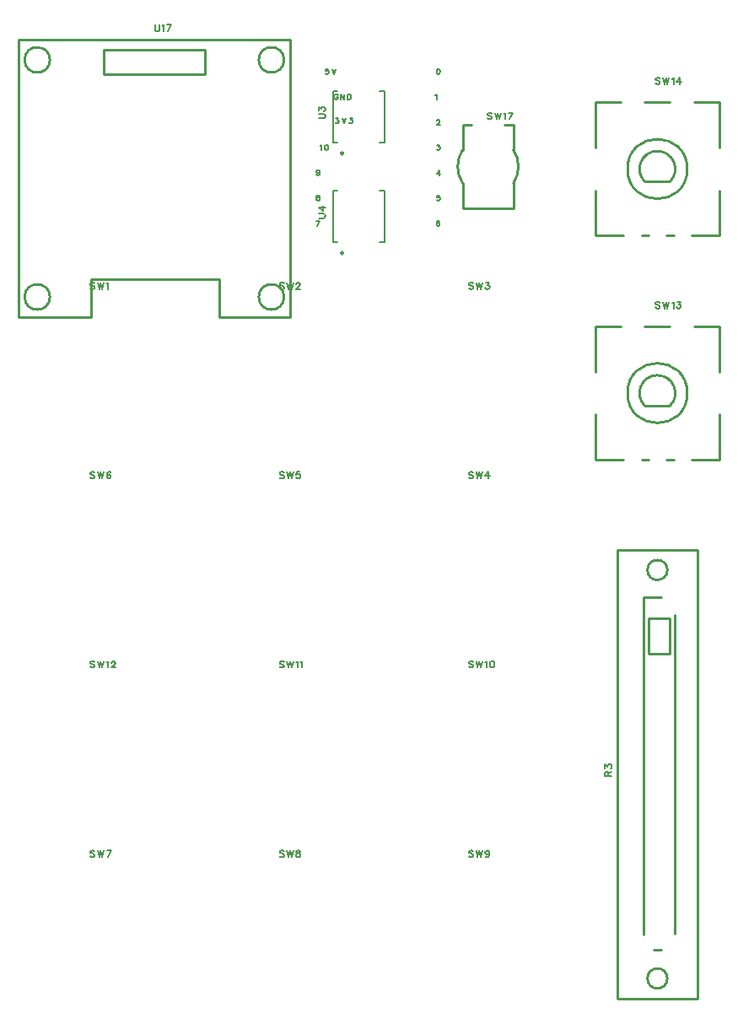
<source format=gto>
G04 Layer: TopSilkscreenLayer*
G04 EasyEDA Pro v2.2.28.1, 2024-10-19 22:50:09*
G04 Gerber Generator version 0.3*
G04 Scale: 100 percent, Rotated: No, Reflected: No*
G04 Dimensions in millimeters*
G04 Leading zeros omitted, absolute positions, 3 integers and 5 decimals*
%FSLAX35Y35*%
%MOMM*%
%ADD10C,0.1524*%
%ADD11C,0.2032*%
%ADD12C,0.254*%
%ADD13C,0.25001*%
G75*


G04 Text Start*
G54D10*
G01X2601062Y6075680D02*
G01X2594712Y6081776D01*
G01X2585568Y6084824D01*
G01X2573122Y6084824D01*
G01X2563724Y6081776D01*
G01X2557628Y6075680D01*
G01X2557628Y6069330D01*
G01X2560676Y6063234D01*
G01X2563724Y6060186D01*
G01X2570074Y6057138D01*
G01X2588616Y6050788D01*
G01X2594712Y6047740D01*
G01X2597760Y6044692D01*
G01X2601062Y6038342D01*
G01X2601062Y6029198D01*
G01X2594712Y6022848D01*
G01X2585568Y6019800D01*
G01X2573122Y6019800D01*
G01X2563724Y6022848D01*
G01X2557628Y6029198D01*
G01X2631288Y6084824D02*
G01X2646528Y6019800D01*
G01X2662022Y6084824D02*
G01X2646528Y6019800D01*
G01X2662022Y6084824D02*
G01X2677516Y6019800D01*
G01X2693010Y6084824D02*
G01X2677516Y6019800D01*
G01X2723236Y6072378D02*
G01X2729332Y6075680D01*
G01X2738476Y6084824D01*
G01X2738476Y6019800D01*
G01X4501058Y6075680D02*
G01X4494708Y6081776D01*
G01X4485564Y6084824D01*
G01X4473118Y6084824D01*
G01X4463720Y6081776D01*
G01X4457624Y6075680D01*
G01X4457624Y6069330D01*
G01X4460672Y6063234D01*
G01X4463720Y6060186D01*
G01X4470070Y6057138D01*
G01X4488612Y6050788D01*
G01X4494708Y6047740D01*
G01X4497756Y6044692D01*
G01X4501058Y6038342D01*
G01X4501058Y6029198D01*
G01X4494708Y6022848D01*
G01X4485564Y6019800D01*
G01X4473118Y6019800D01*
G01X4463720Y6022848D01*
G01X4457624Y6029198D01*
G01X4531284Y6084824D02*
G01X4546524Y6019800D01*
G01X4562018Y6084824D02*
G01X4546524Y6019800D01*
G01X4562018Y6084824D02*
G01X4577512Y6019800D01*
G01X4593006Y6084824D02*
G01X4577512Y6019800D01*
G01X4626280Y6069330D02*
G01X4626280Y6072378D01*
G01X4629328Y6078728D01*
G01X4632376Y6081776D01*
G01X4638472Y6084824D01*
G01X4650918Y6084824D01*
G01X4657268Y6081776D01*
G01X4660316Y6078728D01*
G01X4663364Y6072378D01*
G01X4663364Y6066282D01*
G01X4660316Y6060186D01*
G01X4653966Y6050788D01*
G01X4623232Y6019800D01*
G01X4666412Y6019800D01*
G01X6401054Y6075680D02*
G01X6394704Y6081776D01*
G01X6385560Y6084824D01*
G01X6373114Y6084824D01*
G01X6363716Y6081776D01*
G01X6357620Y6075680D01*
G01X6357620Y6069330D01*
G01X6360668Y6063234D01*
G01X6363716Y6060186D01*
G01X6370066Y6057138D01*
G01X6388608Y6050788D01*
G01X6394704Y6047740D01*
G01X6397752Y6044692D01*
G01X6401054Y6038342D01*
G01X6401054Y6029198D01*
G01X6394704Y6022848D01*
G01X6385560Y6019800D01*
G01X6373114Y6019800D01*
G01X6363716Y6022848D01*
G01X6357620Y6029198D01*
G01X6431280Y6084824D02*
G01X6446520Y6019800D01*
G01X6462014Y6084824D02*
G01X6446520Y6019800D01*
G01X6462014Y6084824D02*
G01X6477508Y6019800D01*
G01X6493002Y6084824D02*
G01X6477508Y6019800D01*
G01X6529324Y6084824D02*
G01X6563360Y6084824D01*
G01X6544818Y6060186D01*
G01X6553962Y6060186D01*
G01X6560312Y6057138D01*
G01X6563360Y6053836D01*
G01X6566408Y6044692D01*
G01X6566408Y6038342D01*
G01X6563360Y6029198D01*
G01X6557264Y6022848D01*
G01X6547866Y6019800D01*
G01X6538468Y6019800D01*
G01X6529324Y6022848D01*
G01X6526276Y6026150D01*
G01X6523228Y6032246D01*
G01X6401054Y4175684D02*
G01X6394704Y4181780D01*
G01X6385560Y4184828D01*
G01X6373114Y4184828D01*
G01X6363716Y4181780D01*
G01X6357620Y4175684D01*
G01X6357620Y4169334D01*
G01X6360668Y4163238D01*
G01X6363716Y4160190D01*
G01X6370066Y4157142D01*
G01X6388608Y4150792D01*
G01X6394704Y4147744D01*
G01X6397752Y4144696D01*
G01X6401054Y4138346D01*
G01X6401054Y4129202D01*
G01X6394704Y4122852D01*
G01X6385560Y4119804D01*
G01X6373114Y4119804D01*
G01X6363716Y4122852D01*
G01X6357620Y4129202D01*
G01X6431280Y4184828D02*
G01X6446520Y4119804D01*
G01X6462014Y4184828D02*
G01X6446520Y4119804D01*
G01X6462014Y4184828D02*
G01X6477508Y4119804D01*
G01X6493002Y4184828D02*
G01X6477508Y4119804D01*
G01X6553962Y4184828D02*
G01X6523228Y4141648D01*
G01X6569456Y4141648D01*
G01X6553962Y4184828D02*
G01X6553962Y4119804D01*
G01X4501058Y4175684D02*
G01X4494708Y4181780D01*
G01X4485564Y4184828D01*
G01X4473118Y4184828D01*
G01X4463720Y4181780D01*
G01X4457624Y4175684D01*
G01X4457624Y4169334D01*
G01X4460672Y4163238D01*
G01X4463720Y4160190D01*
G01X4470070Y4157142D01*
G01X4488612Y4150792D01*
G01X4494708Y4147744D01*
G01X4497756Y4144696D01*
G01X4501058Y4138346D01*
G01X4501058Y4129202D01*
G01X4494708Y4122852D01*
G01X4485564Y4119804D01*
G01X4473118Y4119804D01*
G01X4463720Y4122852D01*
G01X4457624Y4129202D01*
G01X4531284Y4184828D02*
G01X4546524Y4119804D01*
G01X4562018Y4184828D02*
G01X4546524Y4119804D01*
G01X4562018Y4184828D02*
G01X4577512Y4119804D01*
G01X4593006Y4184828D02*
G01X4577512Y4119804D01*
G01X4660316Y4184828D02*
G01X4629328Y4184828D01*
G01X4626280Y4157142D01*
G01X4629328Y4160190D01*
G01X4638472Y4163238D01*
G01X4647870Y4163238D01*
G01X4657268Y4160190D01*
G01X4663364Y4153840D01*
G01X4666412Y4144696D01*
G01X4666412Y4138346D01*
G01X4663364Y4129202D01*
G01X4657268Y4122852D01*
G01X4647870Y4119804D01*
G01X4638472Y4119804D01*
G01X4629328Y4122852D01*
G01X4626280Y4126154D01*
G01X4623232Y4132250D01*
G01X2601062Y4175684D02*
G01X2594712Y4181780D01*
G01X2585568Y4184828D01*
G01X2573122Y4184828D01*
G01X2563724Y4181780D01*
G01X2557628Y4175684D01*
G01X2557628Y4169334D01*
G01X2560676Y4163238D01*
G01X2563724Y4160190D01*
G01X2570074Y4157142D01*
G01X2588616Y4150792D01*
G01X2594712Y4147744D01*
G01X2597760Y4144696D01*
G01X2601062Y4138346D01*
G01X2601062Y4129202D01*
G01X2594712Y4122852D01*
G01X2585568Y4119804D01*
G01X2573122Y4119804D01*
G01X2563724Y4122852D01*
G01X2557628Y4129202D01*
G01X2631288Y4184828D02*
G01X2646528Y4119804D01*
G01X2662022Y4184828D02*
G01X2646528Y4119804D01*
G01X2662022Y4184828D02*
G01X2677516Y4119804D01*
G01X2693010Y4184828D02*
G01X2677516Y4119804D01*
G01X2760320Y4175684D02*
G01X2757272Y4181780D01*
G01X2747874Y4184828D01*
G01X2741778Y4184828D01*
G01X2732380Y4181780D01*
G01X2726284Y4172382D01*
G01X2723236Y4157142D01*
G01X2723236Y4141648D01*
G01X2726284Y4129202D01*
G01X2732380Y4122852D01*
G01X2741778Y4119804D01*
G01X2744826Y4119804D01*
G01X2753970Y4122852D01*
G01X2760320Y4129202D01*
G01X2763368Y4138346D01*
G01X2763368Y4141648D01*
G01X2760320Y4150792D01*
G01X2753970Y4157142D01*
G01X2744826Y4160190D01*
G01X2741778Y4160190D01*
G01X2732380Y4157142D01*
G01X2726284Y4150792D01*
G01X2723236Y4141648D01*
G01X2601062Y375691D02*
G01X2594712Y381787D01*
G01X2585568Y384835D01*
G01X2573122Y384835D01*
G01X2563724Y381787D01*
G01X2557628Y375691D01*
G01X2557628Y369341D01*
G01X2560676Y363245D01*
G01X2563724Y360197D01*
G01X2570074Y357149D01*
G01X2588616Y350799D01*
G01X2594712Y347751D01*
G01X2597760Y344703D01*
G01X2601062Y338353D01*
G01X2601062Y329209D01*
G01X2594712Y322859D01*
G01X2585568Y319811D01*
G01X2573122Y319811D01*
G01X2563724Y322859D01*
G01X2557628Y329209D01*
G01X2631288Y384835D02*
G01X2646528Y319811D01*
G01X2662022Y384835D02*
G01X2646528Y319811D01*
G01X2662022Y384835D02*
G01X2677516Y319811D01*
G01X2693010Y384835D02*
G01X2677516Y319811D01*
G01X2766416Y384835D02*
G01X2735428Y319811D01*
G01X2723236Y384835D02*
G01X2766416Y384835D01*
G01X4501058Y375691D02*
G01X4494708Y381787D01*
G01X4485564Y384835D01*
G01X4473118Y384835D01*
G01X4463720Y381787D01*
G01X4457624Y375691D01*
G01X4457624Y369341D01*
G01X4460672Y363245D01*
G01X4463720Y360197D01*
G01X4470070Y357149D01*
G01X4488612Y350799D01*
G01X4494708Y347751D01*
G01X4497756Y344703D01*
G01X4501058Y338353D01*
G01X4501058Y329209D01*
G01X4494708Y322859D01*
G01X4485564Y319811D01*
G01X4473118Y319811D01*
G01X4463720Y322859D01*
G01X4457624Y329209D01*
G01X4531284Y384835D02*
G01X4546524Y319811D01*
G01X4562018Y384835D02*
G01X4546524Y319811D01*
G01X4562018Y384835D02*
G01X4577512Y319811D01*
G01X4593006Y384835D02*
G01X4577512Y319811D01*
G01X4638472Y384835D02*
G01X4629328Y381787D01*
G01X4626280Y375691D01*
G01X4626280Y369341D01*
G01X4629328Y363245D01*
G01X4635424Y360197D01*
G01X4647870Y357149D01*
G01X4657268Y353847D01*
G01X4663364Y347751D01*
G01X4666412Y341655D01*
G01X4666412Y332257D01*
G01X4663364Y326161D01*
G01X4660316Y322859D01*
G01X4650918Y319811D01*
G01X4638472Y319811D01*
G01X4629328Y322859D01*
G01X4626280Y326161D01*
G01X4623232Y332257D01*
G01X4623232Y341655D01*
G01X4626280Y347751D01*
G01X4632376Y353847D01*
G01X4641774Y357149D01*
G01X4653966Y360197D01*
G01X4660316Y363245D01*
G01X4663364Y369341D01*
G01X4663364Y375691D01*
G01X4660316Y381787D01*
G01X4650918Y384835D01*
G01X4638472Y384835D01*
G01X6401054Y375691D02*
G01X6394704Y381787D01*
G01X6385560Y384835D01*
G01X6373114Y384835D01*
G01X6363716Y381787D01*
G01X6357620Y375691D01*
G01X6357620Y369341D01*
G01X6360668Y363245D01*
G01X6363716Y360197D01*
G01X6370066Y357149D01*
G01X6388608Y350799D01*
G01X6394704Y347751D01*
G01X6397752Y344703D01*
G01X6401054Y338353D01*
G01X6401054Y329209D01*
G01X6394704Y322859D01*
G01X6385560Y319811D01*
G01X6373114Y319811D01*
G01X6363716Y322859D01*
G01X6357620Y329209D01*
G01X6431280Y384835D02*
G01X6446520Y319811D01*
G01X6462014Y384835D02*
G01X6446520Y319811D01*
G01X6462014Y384835D02*
G01X6477508Y319811D01*
G01X6493002Y384835D02*
G01X6477508Y319811D01*
G01X6563360Y363245D02*
G01X6560312Y353847D01*
G01X6553962Y347751D01*
G01X6544818Y344703D01*
G01X6541770Y344703D01*
G01X6532372Y347751D01*
G01X6526276Y353847D01*
G01X6523228Y363245D01*
G01X6523228Y366293D01*
G01X6526276Y375691D01*
G01X6532372Y381787D01*
G01X6541770Y384835D01*
G01X6544818Y384835D01*
G01X6553962Y381787D01*
G01X6560312Y375691D01*
G01X6563360Y363245D01*
G01X6563360Y347751D01*
G01X6560312Y332257D01*
G01X6553962Y322859D01*
G01X6544818Y319811D01*
G01X6538468Y319811D01*
G01X6529324Y322859D01*
G01X6526276Y329209D01*
G01X6401054Y2275688D02*
G01X6394704Y2281784D01*
G01X6385560Y2284832D01*
G01X6373114Y2284832D01*
G01X6363716Y2281784D01*
G01X6357620Y2275688D01*
G01X6357620Y2269338D01*
G01X6360668Y2263242D01*
G01X6363716Y2260194D01*
G01X6370066Y2257146D01*
G01X6388608Y2250796D01*
G01X6394704Y2247748D01*
G01X6397752Y2244700D01*
G01X6401054Y2238350D01*
G01X6401054Y2229206D01*
G01X6394704Y2222856D01*
G01X6385560Y2219808D01*
G01X6373114Y2219808D01*
G01X6363716Y2222856D01*
G01X6357620Y2229206D01*
G01X6431280Y2284832D02*
G01X6446520Y2219808D01*
G01X6462014Y2284832D02*
G01X6446520Y2219808D01*
G01X6462014Y2284832D02*
G01X6477508Y2219808D01*
G01X6493002Y2284832D02*
G01X6477508Y2219808D01*
G01X6523228Y2272386D02*
G01X6529324Y2275688D01*
G01X6538468Y2284832D01*
G01X6538468Y2219808D01*
G01X6587236Y2284832D02*
G01X6577838Y2281784D01*
G01X6571742Y2272386D01*
G01X6568694Y2257146D01*
G01X6568694Y2247748D01*
G01X6571742Y2232254D01*
G01X6577838Y2222856D01*
G01X6587236Y2219808D01*
G01X6593332Y2219808D01*
G01X6602730Y2222856D01*
G01X6608826Y2232254D01*
G01X6611874Y2247748D01*
G01X6611874Y2257146D01*
G01X6608826Y2272386D01*
G01X6602730Y2281784D01*
G01X6593332Y2284832D01*
G01X6587236Y2284832D01*
G01X4501058Y2275688D02*
G01X4494708Y2281784D01*
G01X4485564Y2284832D01*
G01X4473118Y2284832D01*
G01X4463720Y2281784D01*
G01X4457624Y2275688D01*
G01X4457624Y2269338D01*
G01X4460672Y2263242D01*
G01X4463720Y2260194D01*
G01X4470070Y2257146D01*
G01X4488612Y2250796D01*
G01X4494708Y2247748D01*
G01X4497756Y2244700D01*
G01X4501058Y2238350D01*
G01X4501058Y2229206D01*
G01X4494708Y2222856D01*
G01X4485564Y2219808D01*
G01X4473118Y2219808D01*
G01X4463720Y2222856D01*
G01X4457624Y2229206D01*
G01X4531284Y2284832D02*
G01X4546524Y2219808D01*
G01X4562018Y2284832D02*
G01X4546524Y2219808D01*
G01X4562018Y2284832D02*
G01X4577512Y2219808D01*
G01X4593006Y2284832D02*
G01X4577512Y2219808D01*
G01X4623232Y2272386D02*
G01X4629328Y2275688D01*
G01X4638472Y2284832D01*
G01X4638472Y2219808D01*
G01X4668698Y2272386D02*
G01X4674794Y2275688D01*
G01X4683938Y2284832D01*
G01X4683938Y2219808D01*
G01X2601062Y2275688D02*
G01X2594712Y2281784D01*
G01X2585568Y2284832D01*
G01X2573122Y2284832D01*
G01X2563724Y2281784D01*
G01X2557628Y2275688D01*
G01X2557628Y2269338D01*
G01X2560676Y2263242D01*
G01X2563724Y2260194D01*
G01X2570074Y2257146D01*
G01X2588616Y2250796D01*
G01X2594712Y2247748D01*
G01X2597760Y2244700D01*
G01X2601062Y2238350D01*
G01X2601062Y2229206D01*
G01X2594712Y2222856D01*
G01X2585568Y2219808D01*
G01X2573122Y2219808D01*
G01X2563724Y2222856D01*
G01X2557628Y2229206D01*
G01X2631288Y2284832D02*
G01X2646528Y2219808D01*
G01X2662022Y2284832D02*
G01X2646528Y2219808D01*
G01X2662022Y2284832D02*
G01X2677516Y2219808D01*
G01X2693010Y2284832D02*
G01X2677516Y2219808D01*
G01X2723236Y2272386D02*
G01X2729332Y2275688D01*
G01X2738476Y2284832D01*
G01X2738476Y2219808D01*
G01X2771750Y2269338D02*
G01X2771750Y2272386D01*
G01X2774798Y2278736D01*
G01X2777846Y2281784D01*
G01X2783942Y2284832D01*
G01X2796388Y2284832D01*
G01X2802738Y2281784D01*
G01X2805786Y2278736D01*
G01X2808834Y2272386D01*
G01X2808834Y2266290D01*
G01X2805786Y2260194D01*
G01X2799436Y2250796D01*
G01X2768702Y2219808D01*
G01X2811882Y2219808D01*
G01X8275625Y5881472D02*
G01X8269275Y5887568D01*
G01X8260131Y5890616D01*
G01X8247685Y5890616D01*
G01X8238287Y5887568D01*
G01X8232191Y5881472D01*
G01X8232191Y5875122D01*
G01X8235239Y5869026D01*
G01X8238287Y5865978D01*
G01X8244637Y5862930D01*
G01X8263179Y5856580D01*
G01X8269275Y5853532D01*
G01X8272323Y5850484D01*
G01X8275625Y5844134D01*
G01X8275625Y5834990D01*
G01X8269275Y5828640D01*
G01X8260131Y5825592D01*
G01X8247685Y5825592D01*
G01X8238287Y5828640D01*
G01X8232191Y5834990D01*
G01X8305851Y5890616D02*
G01X8321091Y5825592D01*
G01X8336585Y5890616D02*
G01X8321091Y5825592D01*
G01X8336585Y5890616D02*
G01X8352079Y5825592D01*
G01X8367573Y5890616D02*
G01X8352079Y5825592D01*
G01X8397799Y5878170D02*
G01X8403895Y5881472D01*
G01X8413039Y5890616D01*
G01X8413039Y5825592D01*
G01X8449361Y5890616D02*
G01X8483397Y5890616D01*
G01X8464855Y5865978D01*
G01X8473999Y5865978D01*
G01X8480349Y5862930D01*
G01X8483397Y5859628D01*
G01X8486445Y5850484D01*
G01X8486445Y5844134D01*
G01X8483397Y5834990D01*
G01X8477301Y5828640D01*
G01X8467903Y5825592D01*
G01X8458505Y5825592D01*
G01X8449361Y5828640D01*
G01X8446313Y5831942D01*
G01X8443265Y5838038D01*
G01X6588354Y7779588D02*
G01X6582004Y7785684D01*
G01X6572860Y7788732D01*
G01X6560414Y7788732D01*
G01X6551016Y7785684D01*
G01X6544920Y7779588D01*
G01X6544920Y7773238D01*
G01X6547968Y7767142D01*
G01X6551016Y7764094D01*
G01X6557366Y7761046D01*
G01X6575908Y7754696D01*
G01X6582004Y7751648D01*
G01X6585052Y7748600D01*
G01X6588354Y7742250D01*
G01X6588354Y7733106D01*
G01X6582004Y7726756D01*
G01X6572860Y7723708D01*
G01X6560414Y7723708D01*
G01X6551016Y7726756D01*
G01X6544920Y7733106D01*
G01X6618580Y7788732D02*
G01X6633820Y7723708D01*
G01X6649314Y7788732D02*
G01X6633820Y7723708D01*
G01X6649314Y7788732D02*
G01X6664808Y7723708D01*
G01X6680302Y7788732D02*
G01X6664808Y7723708D01*
G01X6710528Y7776286D02*
G01X6716624Y7779588D01*
G01X6725768Y7788732D01*
G01X6725768Y7723708D01*
G01X6799174Y7788732D02*
G01X6768186Y7723708D01*
G01X6755994Y7788732D02*
G01X6799174Y7788732D01*
G01X3207614Y8673617D02*
G01X3207614Y8627135D01*
G01X3210662Y8617991D01*
G01X3217012Y8611641D01*
G01X3226156Y8608593D01*
G01X3232506Y8608593D01*
G01X3241650Y8611641D01*
G01X3247746Y8617991D01*
G01X3251048Y8627135D01*
G01X3251048Y8673617D01*
G01X3281274Y8661171D02*
G01X3287370Y8664473D01*
G01X3296514Y8673617D01*
G01X3296514Y8608593D01*
G01X3369920Y8673617D02*
G01X3338932Y8608593D01*
G01X3326740Y8673617D02*
G01X3369920Y8673617D01*
G01X8275650Y8131480D02*
G01X8269300Y8137576D01*
G01X8260156Y8140624D01*
G01X8247710Y8140624D01*
G01X8238312Y8137576D01*
G01X8232216Y8131480D01*
G01X8232216Y8125130D01*
G01X8235264Y8119034D01*
G01X8238312Y8115986D01*
G01X8244662Y8112938D01*
G01X8263204Y8106588D01*
G01X8269300Y8103540D01*
G01X8272348Y8100492D01*
G01X8275650Y8094142D01*
G01X8275650Y8084998D01*
G01X8269300Y8078648D01*
G01X8260156Y8075600D01*
G01X8247710Y8075600D01*
G01X8238312Y8078648D01*
G01X8232216Y8084998D01*
G01X8305876Y8140624D02*
G01X8321116Y8075600D01*
G01X8336610Y8140624D02*
G01X8321116Y8075600D01*
G01X8336610Y8140624D02*
G01X8352104Y8075600D01*
G01X8367598Y8140624D02*
G01X8352104Y8075600D01*
G01X8397824Y8128178D02*
G01X8403920Y8131480D01*
G01X8413064Y8140624D01*
G01X8413064Y8075600D01*
G01X8474024Y8140624D02*
G01X8443290Y8097444D01*
G01X8489518Y8097444D01*
G01X8474024Y8140624D02*
G01X8474024Y8075600D01*
G01X4850968Y7732192D02*
G01X4897450Y7732192D01*
G01X4906594Y7735240D01*
G01X4912944Y7741590D01*
G01X4915992Y7750734D01*
G01X4915992Y7757084D01*
G01X4912944Y7766228D01*
G01X4906594Y7772324D01*
G01X4897450Y7775626D01*
G01X4850968Y7775626D01*
G01X4850968Y7811948D02*
G01X4850968Y7845984D01*
G01X4875606Y7827442D01*
G01X4875606Y7836586D01*
G01X4878654Y7842936D01*
G01X4881956Y7845984D01*
G01X4891100Y7849032D01*
G01X4897450Y7849032D01*
G01X4906594Y7845984D01*
G01X4912944Y7839888D01*
G01X4915992Y7830490D01*
G01X4915992Y7821092D01*
G01X4912944Y7811948D01*
G01X4909642Y7808900D01*
G01X4903546Y7805852D01*
G01X4850968Y6732194D02*
G01X4897450Y6732194D01*
G01X4906594Y6735242D01*
G01X4912944Y6741592D01*
G01X4915992Y6750736D01*
G01X4915992Y6757086D01*
G01X4912944Y6766230D01*
G01X4906594Y6772326D01*
G01X4897450Y6775628D01*
G01X4850968Y6775628D01*
G01X4850968Y6836588D02*
G01X4894148Y6805854D01*
G01X4894148Y6852082D01*
G01X4850968Y6836588D02*
G01X4915992Y6836588D01*
G01X7723962Y1132205D02*
G01X7788986Y1132205D01*
G01X7723962Y1132205D02*
G01X7723962Y1160145D01*
G01X7727010Y1169289D01*
G01X7730058Y1172337D01*
G01X7736408Y1175639D01*
G01X7742504Y1175639D01*
G01X7748600Y1172337D01*
G01X7751648Y1169289D01*
G01X7754950Y1160145D01*
G01X7754950Y1132205D01*
G01X7754950Y1153795D02*
G01X7788986Y1175639D01*
G01X7723962Y1211961D02*
G01X7723962Y1245997D01*
G01X7748600Y1227455D01*
G01X7748600Y1236599D01*
G01X7751648Y1242949D01*
G01X7754950Y1245997D01*
G01X7764094Y1249045D01*
G01X7770444Y1249045D01*
G01X7779588Y1245997D01*
G01X7785938Y1239901D01*
G01X7788986Y1230503D01*
G01X7788986Y1221105D01*
G01X7785938Y1211961D01*
G01X7782636Y1208913D01*
G01X7776540Y1205865D01*
G54D11*
G01X6048172Y8230514D02*
G01X6040552Y8228228D01*
G01X6035726Y8220608D01*
G01X6033186Y8208162D01*
G01X6033186Y8200796D01*
G01X6035726Y8188350D01*
G01X6040552Y8180730D01*
G01X6048172Y8178444D01*
G01X6052998Y8178444D01*
G01X6060618Y8180730D01*
G01X6065444Y8188350D01*
G01X6067984Y8200796D01*
G01X6067984Y8208162D01*
G01X6065444Y8220608D01*
G01X6060618Y8228228D01*
G01X6052998Y8230514D01*
G01X6048172Y8230514D01*
G01X6020486Y7966608D02*
G01X6025566Y7969148D01*
G01X6032932Y7976514D01*
G01X6032932Y7924444D01*
G01X6035726Y7710068D02*
G01X6035726Y7712608D01*
G01X6038266Y7717688D01*
G01X6040552Y7720228D01*
G01X6045632Y7722514D01*
G01X6055538Y7722514D01*
G01X6060618Y7720228D01*
G01X6063158Y7717688D01*
G01X6065444Y7712608D01*
G01X6065444Y7707782D01*
G01X6063158Y7702702D01*
G01X6058078Y7695336D01*
G01X6033186Y7670444D01*
G01X6067984Y7670444D01*
G01X6038266Y7468514D02*
G01X6065444Y7468514D01*
G01X6050712Y7448702D01*
G01X6058078Y7448702D01*
G01X6063158Y7446162D01*
G01X6065444Y7443622D01*
G01X6067984Y7436256D01*
G01X6067984Y7431176D01*
G01X6065444Y7423810D01*
G01X6060618Y7418730D01*
G01X6052998Y7416444D01*
G01X6045632Y7416444D01*
G01X6038266Y7418730D01*
G01X6035726Y7421270D01*
G01X6033186Y7426350D01*
G01X6058078Y7214514D02*
G01X6033186Y7179716D01*
G01X6070524Y7179716D01*
G01X6058078Y7214514D02*
G01X6058078Y7162444D01*
G01X6063158Y6960514D02*
G01X6038266Y6960514D01*
G01X6035726Y6938162D01*
G01X6038266Y6940702D01*
G01X6045632Y6943242D01*
G01X6052998Y6943242D01*
G01X6060618Y6940702D01*
G01X6065444Y6935622D01*
G01X6067984Y6928256D01*
G01X6067984Y6923176D01*
G01X6065444Y6915810D01*
G01X6060618Y6910730D01*
G01X6052998Y6908444D01*
G01X6045632Y6908444D01*
G01X6038266Y6910730D01*
G01X6035726Y6913270D01*
G01X6033186Y6918350D01*
G01X6063158Y6699148D02*
G01X6060618Y6704228D01*
G01X6052998Y6706514D01*
G01X6048172Y6706514D01*
G01X6040552Y6704228D01*
G01X6035726Y6696608D01*
G01X6033186Y6684162D01*
G01X6033186Y6671716D01*
G01X6035726Y6661810D01*
G01X6040552Y6656730D01*
G01X6048172Y6654444D01*
G01X6050712Y6654444D01*
G01X6058078Y6656730D01*
G01X6063158Y6661810D01*
G01X6065444Y6669176D01*
G01X6065444Y6671716D01*
G01X6063158Y6679336D01*
G01X6058078Y6684162D01*
G01X6050712Y6686702D01*
G01X6048172Y6686702D01*
G01X6040552Y6684162D01*
G01X6035726Y6679336D01*
G01X6033186Y6671716D01*
G01X4861484Y6706514D02*
G01X4836592Y6654444D01*
G01X4826686Y6706514D02*
G01X4861484Y6706514D01*
G01X4839132Y6960514D02*
G01X4831766Y6958228D01*
G01X4829226Y6953148D01*
G01X4829226Y6948068D01*
G01X4831766Y6943242D01*
G01X4836592Y6940702D01*
G01X4846498Y6938162D01*
G01X4854118Y6935622D01*
G01X4858944Y6930796D01*
G01X4861484Y6925716D01*
G01X4861484Y6918350D01*
G01X4858944Y6913270D01*
G01X4856658Y6910730D01*
G01X4849038Y6908444D01*
G01X4839132Y6908444D01*
G01X4831766Y6910730D01*
G01X4829226Y6913270D01*
G01X4826686Y6918350D01*
G01X4826686Y6925716D01*
G01X4829226Y6930796D01*
G01X4834052Y6935622D01*
G01X4841672Y6938162D01*
G01X4851578Y6940702D01*
G01X4856658Y6943242D01*
G01X4858944Y6948068D01*
G01X4858944Y6953148D01*
G01X4856658Y6958228D01*
G01X4849038Y6960514D01*
G01X4839132Y6960514D01*
G01X4858944Y7197242D02*
G01X4856658Y7189622D01*
G01X4851578Y7184796D01*
G01X4844212Y7182256D01*
G01X4841672Y7182256D01*
G01X4834052Y7184796D01*
G01X4829226Y7189622D01*
G01X4826686Y7197242D01*
G01X4826686Y7199782D01*
G01X4829226Y7207148D01*
G01X4834052Y7212228D01*
G01X4841672Y7214514D01*
G01X4844212Y7214514D01*
G01X4851578Y7212228D01*
G01X4856658Y7207148D01*
G01X4858944Y7197242D01*
G01X4858944Y7184796D01*
G01X4856658Y7172350D01*
G01X4851578Y7164730D01*
G01X4844212Y7162444D01*
G01X4839132Y7162444D01*
G01X4831766Y7164730D01*
G01X4829226Y7169810D01*
G01X4864786Y7458608D02*
G01X4869866Y7461148D01*
G01X4877232Y7468514D01*
G01X4877232Y7416444D01*
G01X4924476Y7468514D02*
G01X4916856Y7466228D01*
G01X4912030Y7458608D01*
G01X4909490Y7446162D01*
G01X4909490Y7438796D01*
G01X4912030Y7426350D01*
G01X4916856Y7418730D01*
G01X4924476Y7416444D01*
G01X4929302Y7416444D01*
G01X4936922Y7418730D01*
G01X4941748Y7426350D01*
G01X4944288Y7438796D01*
G01X4944288Y7446162D01*
G01X4941748Y7458608D01*
G01X4936922Y7466228D01*
G01X4929302Y7468514D01*
G01X4924476Y7468514D01*
G01X5022266Y7735214D02*
G01X5049444Y7735214D01*
G01X5034712Y7715402D01*
G01X5042078Y7715402D01*
G01X5047158Y7712862D01*
G01X5049444Y7710322D01*
G01X5051984Y7702956D01*
G01X5051984Y7697876D01*
G01X5049444Y7690510D01*
G01X5044618Y7685430D01*
G01X5036998Y7683144D01*
G01X5029632Y7683144D01*
G01X5022266Y7685430D01*
G01X5019726Y7687970D01*
G01X5017186Y7693050D01*
G01X5084242Y7735214D02*
G01X5104054Y7683144D01*
G01X5124120Y7735214D02*
G01X5104054Y7683144D01*
G01X5161458Y7735214D02*
G01X5188636Y7735214D01*
G01X5173904Y7715402D01*
G01X5181270Y7715402D01*
G01X5186350Y7712862D01*
G01X5188636Y7710322D01*
G01X5191176Y7702956D01*
G01X5191176Y7697876D01*
G01X5188636Y7690510D01*
G01X5183810Y7685430D01*
G01X5176190Y7683144D01*
G01X5168824Y7683144D01*
G01X5161458Y7685430D01*
G01X5158918Y7687970D01*
G01X5156378Y7693050D01*
G01X5041824Y7964068D02*
G01X5039284Y7969148D01*
G01X5034458Y7974228D01*
G01X5029378Y7976514D01*
G01X5019472Y7976514D01*
G01X5014392Y7974228D01*
G01X5009566Y7969148D01*
G01X5007026Y7964068D01*
G01X5004486Y7956702D01*
G01X5004486Y7944256D01*
G01X5007026Y7936890D01*
G01X5009566Y7931810D01*
G01X5014392Y7926730D01*
G01X5019472Y7924444D01*
G01X5029378Y7924444D01*
G01X5034458Y7926730D01*
G01X5039284Y7931810D01*
G01X5041824Y7936890D01*
G01X5041824Y7944256D01*
G01X5029378Y7944256D02*
G01X5041824Y7944256D01*
G01X5074082Y7976514D02*
G01X5074082Y7924444D01*
G01X5074082Y7976514D02*
G01X5108880Y7924444D01*
G01X5108880Y7976514D02*
G01X5108880Y7924444D01*
G01X5141138Y7976514D02*
G01X5141138Y7924444D01*
G01X5141138Y7976514D02*
G01X5158664Y7976514D01*
G01X5166030Y7974228D01*
G01X5171110Y7969148D01*
G01X5173396Y7964068D01*
G01X5175936Y7956702D01*
G01X5175936Y7944256D01*
G01X5173396Y7936890D01*
G01X5171110Y7931810D01*
G01X5166030Y7926730D01*
G01X5158664Y7924444D01*
G01X5141138Y7924444D01*
G01X4945558Y8230514D02*
G01X4920666Y8230514D01*
G01X4918126Y8208162D01*
G01X4920666Y8210702D01*
G01X4928032Y8213242D01*
G01X4935398Y8213242D01*
G01X4943018Y8210702D01*
G01X4947844Y8205622D01*
G01X4950384Y8198256D01*
G01X4950384Y8193176D01*
G01X4947844Y8185810D01*
G01X4943018Y8180730D01*
G01X4935398Y8178444D01*
G01X4928032Y8178444D01*
G01X4920666Y8180730D01*
G01X4918126Y8183270D01*
G01X4915586Y8188350D01*
G01X4982642Y8230514D02*
G01X5002454Y8178444D01*
G01X5022520Y8230514D02*
G01X5002454Y8178444D01*
G04 Text End*

G04 PolygonModel Start*
G54D12*
G01X8376984Y4847986D02*
G01X8122984Y4847986D01*
G01X7624994Y4304983D02*
G01X7624994Y4759980D01*
G01X8875001Y4304983D02*
G01X8875001Y4759980D01*
G01X7624991Y5189987D02*
G01X7624991Y5644985D01*
G01X8874999Y5189990D02*
G01X8874999Y5644987D01*
G01X8620011Y5644987D02*
G01X8875027Y5644987D01*
G01X8590006Y4304983D02*
G01X8874994Y4304983D01*
G01X8341982Y4304983D02*
G01X8411985Y4304983D01*
G01X8089981Y4304983D02*
G01X8159984Y4304983D01*
G01X7624991Y4304983D02*
G01X7909984Y4304983D01*
G01X8122486Y5644987D02*
G01X8377479Y5644987D01*
G01X7624991Y5644987D02*
G01X7879984Y5644987D01*
G01X8376984Y4847986D02*
G03X8122984Y4847986I-127000J127001D01*
G01X6295987Y6830886D02*
G01X6295987Y7080689D01*
G01X6295987Y7669086D02*
G01X6295987Y7417747D01*
G01X6803987Y6830886D02*
G01X6803987Y7082224D01*
G01X6803987Y7669086D02*
G01X6803987Y7419282D01*
G01X6295987Y6830886D02*
G01X6601450Y6830886D01*
G01X6295987Y7669086D02*
G01X6384887Y7669086D01*
G01X6717403Y7669086D02*
G01X6803987Y7669086D01*
G01X6601450Y6830886D02*
G01X6803987Y6830886D01*
G01X6804703Y7082224D02*
G03X6803687Y7419282I-254718J167763D01*
G01X6295271Y7417747D02*
G03X6296287Y7080689I254718J-167763D01*
G01X3707994Y8174982D02*
G01X3707994Y8424982D01*
G01X2691994Y8424982D02*
G01X2691994Y8174980D01*
G01X2691994Y8424982D02*
G01X3707994Y8424982D01*
G01X2691994Y8174980D02*
G01X3707994Y8174982D01*
G01X1840078Y8519947D02*
G01X4559910Y8519947D01*
G01X4559910Y8519947D02*
G01X4559910Y5739917D01*
G01X4559910Y5739917D02*
G01X3849980Y5739917D01*
G01X3849980Y5739917D02*
G01X3849980Y6115075D01*
G01X3849980Y6115075D02*
G01X2564994Y6115075D01*
G01X2564994Y6115075D02*
G01X2564994Y5739917D01*
G01X2564994Y5739917D02*
G01X1840078Y5739917D01*
G01X1840078Y5739917D02*
G01X1840078Y8519947D01*
G01X8376984Y7097982D02*
G01X8122984Y7097982D01*
G01X7624994Y6554978D02*
G01X7624994Y7009976D01*
G01X8875001Y6554978D02*
G01X8875001Y7009976D01*
G01X7624991Y7439983D02*
G01X7624991Y7894980D01*
G01X8874999Y7439985D02*
G01X8874999Y7894983D01*
G01X8620011Y7894983D02*
G01X8875027Y7894983D01*
G01X8590006Y6554978D02*
G01X8874994Y6554978D01*
G01X8341982Y6554978D02*
G01X8411985Y6554978D01*
G01X8089981Y6554978D02*
G01X8159984Y6554978D01*
G01X7624991Y6554978D02*
G01X7909984Y6554978D01*
G01X8122486Y7894983D02*
G01X8377479Y7894983D01*
G01X7624991Y7894983D02*
G01X7879984Y7894983D01*
G01X8376984Y7097982D02*
G03X8122984Y7097982I-127000J127001D01*
G54D10*
G01X5461041Y8007604D02*
G01X5507609Y8007604D01*
G01X5507609Y8007604D02*
G01X5507609Y7492365D01*
G01X5507609Y7492365D02*
G01X5461041Y7492365D01*
G01X5038938Y8007604D02*
G01X4992370Y8007604D01*
G01X4992370Y8007604D02*
G01X4992370Y7492365D01*
G01X4992370Y7492365D02*
G01X5038938Y7492365D01*
G01X5461041Y7007606D02*
G01X5507609Y7007606D01*
G01X5507609Y7007606D02*
G01X5507609Y6492367D01*
G01X5507609Y6492367D02*
G01X5461041Y6492367D01*
G01X5038938Y7007606D02*
G01X4992370Y7007606D01*
G01X4992370Y7007606D02*
G01X4992370Y6492367D01*
G01X4992370Y6492367D02*
G01X5038938Y6492367D01*
G54D12*
G01X7849984Y-1100005D02*
G01X7849984Y3400001D01*
G01X7849984Y3400001D02*
G01X8649983Y3400001D01*
G01X7849984Y-1100005D02*
G01X8649983Y-1100005D01*
G01X8649983Y-1100005D02*
G01X8649983Y3400001D01*
G01X8110284Y-459826D02*
G01X8110284Y2927998D01*
G01X8110284Y2927998D02*
G01X8292046Y2927998D01*
G01X8427784Y2752202D02*
G01X8427784Y-452206D01*
G01X8290164Y-615302D02*
G01X8209803Y-615302D01*
G01X8161084Y2356498D02*
G01X8161084Y2712098D01*
G01X8161084Y2712098D02*
G01X8376984Y2712098D01*
G01X8376984Y2712098D02*
G01X8376984Y2356498D01*
G01X8376984Y2356498D02*
G01X8161084Y2356498D01*

G04 Circle Start*
G01X7949971Y4974971D02*
G03X8549970Y4974971I299999J0D01*
G03X7949971Y4974971I-299999J0D01*
G01X1898015Y8319973D02*
G03X2152015Y8319973I127000J0D01*
G03X1898015Y8319973I-127000J0D01*
G01X4247972Y8319973D02*
G03X4501972Y8319973I127000J0D01*
G03X4247972Y8319973I-127000J0D01*
G01X4247972Y5939993D02*
G03X4501972Y5939993I127000J0D01*
G03X4247972Y5939993I-127000J0D01*
G01X1898015Y5939993D02*
G03X2152015Y5939993I127000J0D01*
G03X1898015Y5939993I-127000J0D01*
G01X7949971Y7224967D02*
G03X8549970Y7224967I299999J0D01*
G03X7949971Y7224967I-299999J0D01*
G54D13*
G01X5072405Y7381672D02*
G03X5097399Y7381672I12497J0D01*
G03X5072405Y7381672I-12497J0D01*
G01X5072405Y6381674D02*
G03X5097399Y6381674I12497J0D01*
G03X5072405Y6381674I-12497J0D01*
G54D12*
G01X8149996Y-900024D02*
G03X8349996Y-900024I100000J0D01*
G03X8149996Y-900024I-100000J0D01*
G01X8149996Y3199994D02*
G03X8349996Y3199994I100000J0D01*
G03X8149996Y3199994I-100000J0D01*
G04 Circle End*

M02*


</source>
